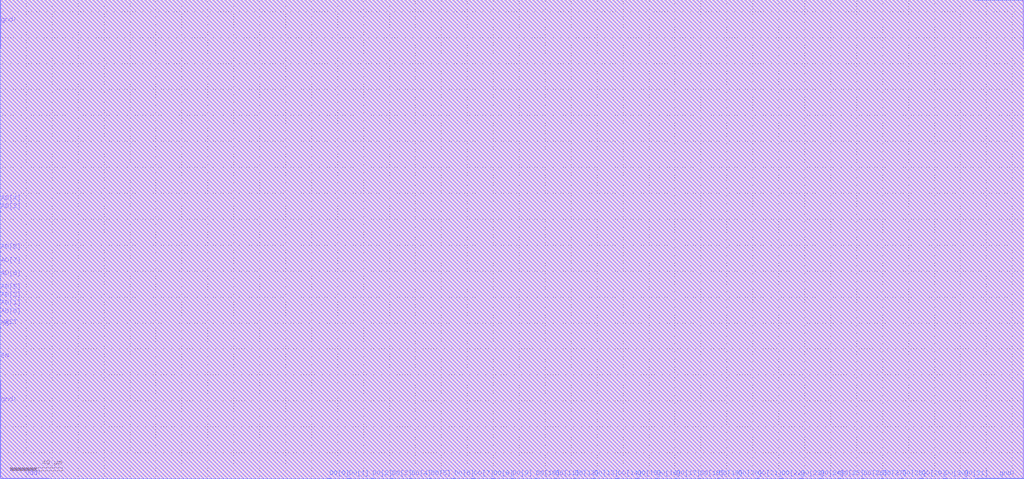
<source format=lef>
   ###             FPR to LEF file converter 
   ### (C) 1999 by Austria Mikro Systeme International AG 
   ###   creation date: Mon Mar 14 20:09:59 MET 2016
   ###               instance: dirom512x32 


      MACRO dirom512x32 
      CLASS BLOCK ; 
      FOREIGN dirom512x32 0 0 ; 
      ORIGIN 0 0 ; 
      SIZE 789.050 BY 369.150 ; 
      SYMMETRY x y r90 ; 
      SITE blockSite ; 
      PIN DO[5] 
         DIRECTION OUTPUT TRISTATE ; 
         PORT 
         LAYER MET3 ;
         RECT 330.700 0 332.700 0.500 ;
         END 
      END DO[5] 
      PIN DO[7] 
         DIRECTION OUTPUT TRISTATE ; 
         PORT 
         LAYER MET3 ;
         RECT 363.750 0 365.750 0.500 ;
         END 
      END DO[7] 
      PIN DO[9] 
         DIRECTION OUTPUT TRISTATE ; 
         PORT 
         LAYER MET3 ;
         RECT 393.750 0 395.750 0.500 ;
         END 
      END DO[9] 
      PIN DO[10] 
         DIRECTION OUTPUT TRISTATE ; 
         PORT 
         LAYER MET3 ;
         RECT 411.800 0 413.800 0.500 ;
         END 
      END DO[10] 
      PIN DO[20] 
         DIRECTION OUTPUT TRISTATE ; 
         PORT 
         LAYER MET3 ;
         RECT 567.900 0 569.900 0.500 ;
         END 
      END DO[20] 
      PIN AD[1] 
         DIRECTION INPUT ; 
         PORT 
         LAYER MET2 ;
         RECT 0 131.350 0.500 131.850 ;
         END 
      END AD[1] 
      PIN DO[12] 
         DIRECTION OUTPUT TRISTATE ; 
         PORT 
         LAYER MET3 ;
         RECT 441.800 0 443.800 0.500 ;
         END 
      END DO[12] 
      PIN DO[30] 
         DIRECTION OUTPUT TRISTATE ; 
         PORT 
         LAYER MET3 ;
         RECT 727.050 0 729.050 0.500 ;
         END 
      END DO[30] 
      PIN DO[22] 
         DIRECTION OUTPUT TRISTATE ; 
         PORT 
         LAYER MET3 ;
         RECT 600.950 0 602.950 0.500 ;
         END 
      END DO[22] 
      PIN AD[3] 
         DIRECTION INPUT ; 
         PORT 
         LAYER MET2 ;
         RECT 0 205.850 0.500 206.350 ;
         END 
      END AD[3] 
      PIN DO[14] 
         DIRECTION OUTPUT TRISTATE ; 
         PORT 
         LAYER MET3 ;
         RECT 474.850 0 476.850 0.500 ;
         END 
      END DO[14] 
      PIN DO[24] 
         DIRECTION OUTPUT TRISTATE ; 
         PORT 
         LAYER MET3 ;
         RECT 630.950 0 632.950 0.500 ;
         END 
      END DO[24] 
      PIN AD[5] 
         DIRECTION INPUT ; 
         PORT 
         LAYER MET2 ;
         RECT 0 143.750 0.500 144.250 ;
         END 
      END AD[5] 
      PIN DO[16] 
         DIRECTION OUTPUT TRISTATE ; 
         PORT 
         LAYER MET3 ;
         RECT 504.850 0 506.850 0.500 ;
         END 
      END DO[16] 
      PIN DO[26] 
         DIRECTION OUTPUT TRISTATE ; 
         PORT 
         LAYER MET3 ;
         RECT 664.000 0 666.000 0.500 ;
         END 
      END DO[26] 
      PIN AD[7] 
         DIRECTION INPUT ; 
         PORT 
         LAYER MET2 ;
         RECT 0 164.450 0.500 164.950 ;
         END 
      END AD[7] 
      PIN DO[18] 
         DIRECTION OUTPUT TRISTATE ; 
         PORT 
         LAYER MET3 ;
         RECT 537.900 0 539.900 0.500 ;
         END 
      END DO[18] 
      PIN DO[28] 
         DIRECTION OUTPUT TRISTATE ; 
         PORT 
         LAYER MET3 ;
         RECT 694.000 0 696.000 0.500 ;
         END 
      END DO[28] 
      PIN DO[0] 
         DIRECTION OUTPUT TRISTATE ; 
         PORT 
         LAYER MET3 ;
         RECT 252.650 0 254.650 0.500 ;
         END 
      END DO[0] 
      PIN DO[2] 
         DIRECTION OUTPUT TRISTATE ; 
         PORT 
         LAYER MET3 ;
         RECT 285.700 0 287.700 0.500 ;
         END 
      END DO[2] 
      PIN DO[4] 
         DIRECTION OUTPUT TRISTATE ; 
         PORT 
         LAYER MET3 ;
         RECT 315.700 0 317.700 0.500 ;
         END 
      END DO[4] 
      PIN DO[6] 
         DIRECTION OUTPUT TRISTATE ; 
         PORT 
         LAYER MET3 ;
         RECT 348.750 0 350.750 0.500 ;
         END 
      END DO[6] 
      PIN DO[8] 
         DIRECTION OUTPUT TRISTATE ; 
         PORT 
         LAYER MET3 ;
         RECT 378.750 0 380.750 0.500 ;
         END 
      END DO[8] 
      PIN NRST 
         DIRECTION INPUT ; 
         PORT 
         LAYER MET2 ;
         RECT 0 116.500 0.500 117.000 ;
         END 
      END NRST 
      PIN AD[0] 
         DIRECTION INPUT ; 
         PORT 
         LAYER MET2 ;
         RECT 0 125.150 0.500 125.650 ;
         END 
      END AD[0] 
      PIN DO[11] 
         DIRECTION OUTPUT TRISTATE ; 
         PORT 
         LAYER MET3 ;
         RECT 426.800 0 428.800 0.500 ;
         END 
      END DO[11] 
      PIN DO[21] 
         DIRECTION OUTPUT TRISTATE ; 
         PORT 
         LAYER MET3 ;
         RECT 582.900 0 584.900 0.500 ;
         END 
      END DO[21] 
      PIN AD[2] 
         DIRECTION INPUT ; 
         PORT 
         LAYER MET2 ;
         RECT 0 137.550 0.500 138.050 ;
         END 
      END AD[2] 
      PIN DO[31] 
         DIRECTION OUTPUT TRISTATE ; 
         PORT 
         LAYER MET3 ;
         RECT 742.050 0 744.050 0.500 ;
         END 
      END DO[31] 
      PIN DO[13] 
         DIRECTION OUTPUT TRISTATE ; 
         PORT 
         LAYER MET3 ;
         RECT 456.800 0 458.800 0.500 ;
         END 
      END DO[13] 
      PIN DO[23] 
         DIRECTION OUTPUT TRISTATE ; 
         PORT 
         LAYER MET3 ;
         RECT 615.950 0 617.950 0.500 ;
         END 
      END DO[23] 
      PIN AD[4] 
         DIRECTION INPUT ; 
         PORT 
         LAYER MET2 ;
         RECT 0 212.050 0.500 212.550 ;
         END 
      END AD[4] 
      PIN DO[15] 
         DIRECTION OUTPUT TRISTATE ; 
         PORT 
         LAYER MET3 ;
         RECT 489.850 0 491.850 0.500 ;
         END 
      END DO[15] 
      PIN DO[25] 
         DIRECTION OUTPUT TRISTATE ; 
         PORT 
         LAYER MET3 ;
         RECT 645.950 0 647.950 0.500 ;
         END 
      END DO[25] 
      PIN EN 
         DIRECTION INPUT ; 
         PORT 
         LAYER MET2 ;
         RECT 0 90.700 0.500 91.200 ;
         END 
      END EN 
      PIN AD[6] 
         DIRECTION INPUT ; 
         PORT 
         LAYER MET2 ;
         RECT 0 154.100 0.500 154.600 ;
         END 
      END AD[6] 
      PIN DO[17] 
         DIRECTION OUTPUT TRISTATE ; 
         PORT 
         LAYER MET3 ;
         RECT 519.850 0 521.850 0.500 ;
         END 
      END DO[17] 
      PIN DO[27] 
         DIRECTION OUTPUT TRISTATE ; 
         PORT 
         LAYER MET3 ;
         RECT 679.000 0 681.000 0.500 ;
         END 
      END DO[27] 
      PIN AD[8] 
         DIRECTION INPUT ; 
         PORT 
         LAYER MET2 ;
         RECT 0 174.800 0.500 175.300 ;
         END 
      END AD[8] 
      PIN DO[19] 
         DIRECTION OUTPUT TRISTATE ; 
         PORT 
         LAYER MET3 ;
         RECT 552.900 0 554.900 0.500 ;
         END 
      END DO[19] 
      PIN CS 
         DIRECTION INPUT ; 
         PORT 
         LAYER MET2 ;
         RECT 0 115.400 0.500 115.900 ;
         END 
      END CS 
      PIN DO[29] 
         DIRECTION OUTPUT TRISTATE ; 
         PORT 
         LAYER MET3 ;
         RECT 709.000 0 711.000 0.500 ;
         END 
      END DO[29] 
      PIN DO[1] 
         DIRECTION OUTPUT TRISTATE ; 
         PORT 
         LAYER MET3 ;
         RECT 267.650 0 269.650 0.500 ;
         END 
      END DO[1] 
      PIN DO[3] 
         DIRECTION OUTPUT TRISTATE ; 
         PORT 
         LAYER MET3 ;
         RECT 300.700 0 302.700 0.500 ;
         END 
      END DO[3] 
      PIN gnd! 
      DIRECTION INOUT ;
      USE ground ;
         PORT 
         LAYER MET2 ;
         RECT 0 38.800 0.500 75.800 ;
         END 
         PORT 
         LAYER MET2 ;
         RECT 0 331.550 0.500 368.550 ;
         END 
         PORT 
         LAYER MET2 ;
         RECT 788.550 38.800 789.050 75.800 ;
         LAYER MET3 ;
         RECT 788.45 0.00 751.45 0.50 ;
         END 
         PORT 
         LAYER MET2 ;
         RECT 788.550 331.550 789.050 368.550 ;
         LAYER MET3 ;
         RECT 788.45 369.15 751.45 368.65 ;
         END 
      END gnd! 
      PIN vdd! 
      DIRECTION INOUT ;
      USE power ;
         PORT 
         LAYER MET2 ;
         RECT 0 0.600 0.500 37.600 ;
         LAYER MET2 ;
         RECT 0.60 0.00 37.60 0.50 ;
         END 
         PORT 
         LAYER MET2 ;
         RECT 788.550 0.600 789.050 37.600 ;
         END 
      END vdd! 
      OBS 
         LAYER MET1 ; 
         RECT 0 0 789.050 369.150 ; 
         LAYER MET2 ; 
         RECT 0 0 789.050 369.150 ; 
         LAYER MET3 ; 
         RECT 0 0 789.050 369.150 ; 
      END 

   END dirom512x32

   END LIBRARY

</source>
